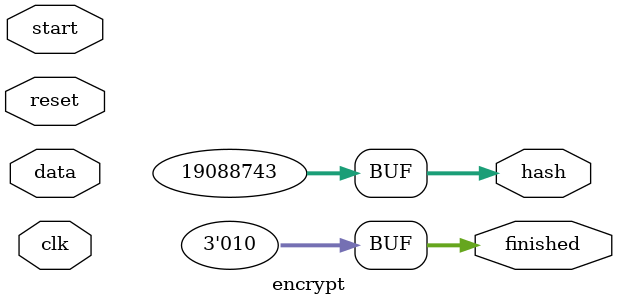
<source format=v>
`timescale 1ns / 1ns
module encrypt(
	       input wire 	  clk,
	       input wire 	  reset,
	       input wire [1:0]   start, // Start signal
	       input wire [31:0]  data, // Data to be hashed

	       // output reg [2:0]  finished, // Finished signal
	       // output reg [31:0] hash  // Output hashed
	       output wire [2:0]  finished, // Finished signal
	       output wire [31:0] hash  // Output hashed
	       );

   assign hash = 32'h0123_4567;
   assign finished = 3'b010;

   // always @(posedge clk) begin
   //    hash <= 32'h0123_4567;
   //    finished <= 3'b111;
   //    // finished <= 3'b010;
   // end
endmodule

//    parameter delay = 0;
//    parameter s0 = 2'b0;
//    parameter s1 = 2'b01;
//    parameter s2 = 2'b10;
//    parameter s3 = 2'b11;

//    parameter m0 = 1'b0;
//    parameter m1 = 1'b1;


//    reg [1:0] 			 curr_state, next_state;
//    reg				 curr_state1, next_state1;
//    reg [2:0] 			 stop;
//    reg [8:0] 			 read_data_addr,write_data_addr;
//    reg [1:0] 			 count,count1;

//    reg				 ack,done,inc_count,start_encrypt,write_done,we,reset_count;
//    reg				 start_encrypt1,start_encrypt2,start_encrypt3,start_encrypt4,start_write;
//    reg				 inc_key_addr,reset_key_addr;
//    reg				 inc_readdata_addr,reset_readdata_addr;
//    reg				 inc_writedata_addr,reset_writedata_addr;

//    reg [31:0] 			 encrypt_data,encrypt_data1,encrypt_data2,encrypt_data3,encrypt_data4;


//    ////////////////////////////////////////////////////////////

//    // stop and ack s/g for encrypt
//    always @(posedge clk or negedge reset) begin
//       if(!reset)
// 	stop <= #delay 3'b0;

//       else
// 	if(ack)
// 	  stop <= #delay 3'b001;			// s/g for removing start
// 	else if(done)
// 	  stop <= #delay 3'b010;			// s/g indicating encyption done
//    end

//    /////////////////////////////////////////////////////////////

//    // increment counter
//    always @(posedge clk or negedge reset) begin
//       if(!reset)
// 	count <= #delay 2'b0;

//       // COUNTER FOR READING DATA & KEY
//       else if(inc_count)
// 	count <= #delay (count + 1);

//       else if(reset_count)
// 	count <= #delay 2'b0;
//    end

//    ////////////////////////////////////////////////////////////

//    assign data_addr = (we) ? write_data_addr : read_data_addr;


//    ///////////////////////// STATE M/C FOR ENCRYPTION ///////////////////////

//    always @(posedge clk or negedge reset) begin
//       if(!reset)
// 	curr_state <= #delay s0;
//       else
// 	curr_state <= #delay next_state;
//    end


//    always @(curr_state or start or count or key_addr or read_data_addr or write_done) begin
//       ack = 1'b0;
//       done = 1'b0;
//       inc_count = 1'b0;
//       inc_key_addr = 1'b0;
//       inc_readdata_addr = 1'b0;
//       reset_readdata_addr = 1'b0;
//       reset_writedata_addr= 1'b0;
//       reset_key_addr = 1'b0;
//       start_encrypt = 1'b0;
//       reset_count = 1'b0;
//       next_state = s0;

//       case(curr_state)

// 	s0: begin
// 	   if(start == 2'b01) begin
// 	      ack = 1'b1;
// 	      inc_count = 1'b1;
// 	      inc_key_addr = 1'b1;
// 	      inc_readdata_addr = 1'b1;
// 	      next_state = s1;
// 	   end
// 	   else
// 	     next_state = s0;
// 	end


// 	s1: begin
// 	   if(count == 2'b11) begin
// 	      start_encrypt = 1'b1;
// 	      next_state = s2;
// 	   end
// 	   else begin
// 	      inc_count = 1'b1;
// 	      inc_key_addr = 1'b1;
// 	      inc_readdata_addr = 1'b1;
// 	      start_encrypt = 1'b1;
// 	      next_state = s1;
// 	   end
// 	end


// 	s2: begin
// 	   start_encrypt = 1'b1;
// 	   next_state = s3;
// 	end


// 	s3: begin
// 	   if(write_done) begin
// 	      reset_readdata_addr = 1'b1;
// 	      reset_writedata_addr = 1'b1;
// 	      reset_key_addr = 1'b1;
// 	      done = 1'b1;
// 	      reset_count = 1'b1;
// 	      next_state = s0;
// 	   end
// 	   else
// 	     next_state = s3;
// 	end



// 	default: begin
// 	   ack = 1'b0;
// 	   inc_count = 1'b0;
// 	   inc_key_addr = 1'b0;
// 	   inc_readdata_addr = 1'b0;
// 	   start_encrypt = 1'b0;
// 	   reset_readdata_addr = 1'b0;
// 	   reset_writedata_addr = 1'b0;
// 	   reset_key_addr = 1'b0;
// 	   reset_count = 1'b0;
// 	   done = 1'b0;
// 	   next_state = s0;
// 	end
//       endcase
//    end


//    always @(posedge clk or negedge reset) begin
//       if(!reset)
// 	count1 <= #delay 2'b0;
//       else
// 	count1 <= #delay count;
//    end


//    //  XOR OF DATA AND KEY
//    always @(posedge clk or negedge reset) begin
//       if(!reset)
// 	encrypt_data1 <= #delay 32'h0;
//       else if(start_encrypt) begin
// 	 case(count1)
// 	   2'b00: encrypt_data1 <= #delay (key_in + data_in);
// 	   2'b01: encrypt_data1 <= #delay (key_in & data_in);
// 	   2'b10: encrypt_data1 <= #delay (data_in - key_in);
// 	   2'b11: encrypt_data1 <= #delay (key_in ^ data_in);
// 	   default: encrypt_data1 <= #delay encrypt_data1;
// 	 endcase
//       end
//    end

//    /////////////////// STATE M/C FOR STORING RESULT IN MEMORY /////////////////

//    always @(posedge clk or negedge reset) begin
//       if(!reset)
// 	curr_state1 <= #delay m0;
//       else
// 	curr_state1 <= #delay next_state1;
//    end

//    always @(curr_state1 or start_write or start_encrypt4) begin
//       we = 1'b0;
//       inc_writedata_addr = 1'b0;
//       write_done = 1'b0;
//       next_state1 = m0;

//       case(curr_state1)

// 	m0: begin
// 	   if(start_write) begin
// 	      we = 1'b1;
// 	      inc_writedata_addr = 1'b1;
// 	      next_state1 = m1;
// 	   end
// 	   else
// 	     next_state1 = m0;
// 	end

// 	m1: begin
// 	   if(!start_encrypt4) begin
// 	      write_done = 1'b1;
// 	      we = 1'b1;
// 	      next_state1 = m0;
// 	   end
// 	   else begin
// 	      we = 1'b1;
// 	      inc_writedata_addr = 1'b1;
// 	      next_state1 = m1;
// 	   end
// 	end

// 	default: begin
// 	   we = 1'b0;
// 	   write_done = 1'b0;
// 	   inc_writedata_addr = 1'b0;
// 	   next_state1 = m0;
// 	end
//       endcase
//    end


//    always @(posedge clk or negedge reset) begin
//       if(!reset)
// 	start_encrypt1 <= #delay 1'b0;
//       else
// 	start_encrypt1 <= #delay start_encrypt;
//    end

//    always @(posedge clk or negedge reset) begin
//       if(!reset)
// 	start_encrypt2 <= #delay 1'b0;
//       else
// 	start_encrypt2 <= #delay start_encrypt1;
//    end

//    always @(posedge clk or negedge reset) begin
//       if(!reset)
// 	start_encrypt3 <= #delay 1'b0;
//       else
// 	start_encrypt3 <= #delay start_encrypt2;
//    end

//    always @(posedge clk or negedge reset) begin
//       if(!reset)
// 	start_encrypt4 <= #delay 1'b0;
//       else
// 	start_encrypt4 <= #delay start_encrypt3;
//    end

//    always @(posedge clk or negedge reset) begin
//       if(!reset)
// 	start_write <= #delay 1'b0;
//       else
// 	start_write <= #delay start_encrypt4;
//    end

//    //////////////////////////////////////////////////

//    always @(posedge clk or negedge reset) begin
//       if(!reset)
// 	encrypt_data2 <= #delay 32'b0;
//       else
// 	encrypt_data2 <= #delay encrypt_data1;
//    end

//    always @(posedge clk or negedge reset) begin
//       if(!reset)
// 	encrypt_data3 <= #delay 32'b0;
//       else
// 	encrypt_data3 <= #delay encrypt_data2;
//    end

//    always @(posedge clk or negedge reset) begin
//       if(!reset)
// 	encrypt_data4 <= #delay 32'b0;
//       else
// 	encrypt_data4 <= #delay encrypt_data3;
//    end

//    always @(posedge clk or negedge reset) begin
//       if(!reset)
// 	encrypt_data <= #delay 32'b0;
//       else
// 	encrypt_data <= #delay encrypt_data4;
//    end
// endmodule

</source>
